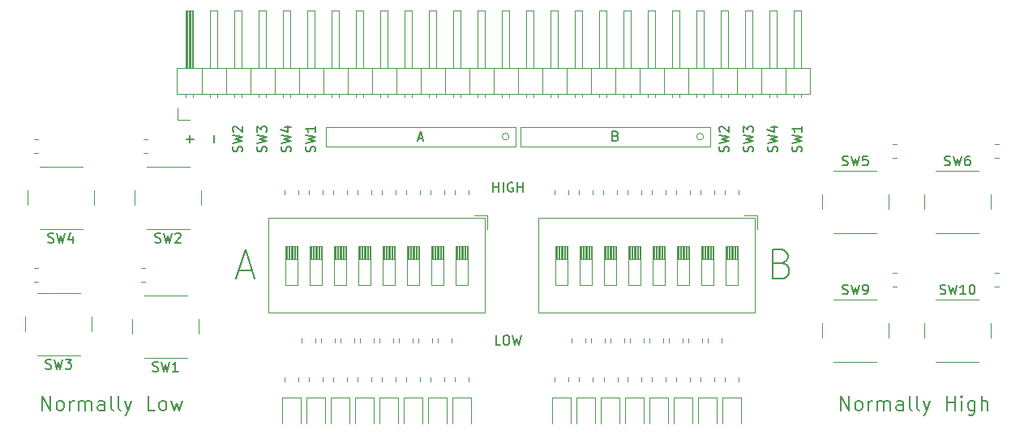
<source format=gbr>
%TF.GenerationSoftware,KiCad,Pcbnew,(5.1.9-0-10_14)*%
%TF.CreationDate,2021-07-06T13:22:30-04:00*%
%TF.ProjectId,prototyping-board,70726f74-6f74-4797-9069-6e672d626f61,rev?*%
%TF.SameCoordinates,Original*%
%TF.FileFunction,Legend,Top*%
%TF.FilePolarity,Positive*%
%FSLAX46Y46*%
G04 Gerber Fmt 4.6, Leading zero omitted, Abs format (unit mm)*
G04 Created by KiCad (PCBNEW (5.1.9-0-10_14)) date 2021-07-06 13:22:30*
%MOMM*%
%LPD*%
G01*
G04 APERTURE LIST*
%ADD10C,0.150000*%
%ADD11C,0.120000*%
%ADD12C,0.200000*%
G04 APERTURE END LIST*
D10*
X124864761Y-102171333D02*
X124912380Y-102028476D01*
X124912380Y-101790380D01*
X124864761Y-101695142D01*
X124817142Y-101647523D01*
X124721904Y-101599904D01*
X124626666Y-101599904D01*
X124531428Y-101647523D01*
X124483809Y-101695142D01*
X124436190Y-101790380D01*
X124388571Y-101980857D01*
X124340952Y-102076095D01*
X124293333Y-102123714D01*
X124198095Y-102171333D01*
X124102857Y-102171333D01*
X124007619Y-102123714D01*
X123960000Y-102076095D01*
X123912380Y-101980857D01*
X123912380Y-101742761D01*
X123960000Y-101599904D01*
X123912380Y-101266571D02*
X124912380Y-101028476D01*
X124198095Y-100838000D01*
X124912380Y-100647523D01*
X123912380Y-100409428D01*
X123912380Y-100123714D02*
X123912380Y-99504666D01*
X124293333Y-99838000D01*
X124293333Y-99695142D01*
X124340952Y-99599904D01*
X124388571Y-99552285D01*
X124483809Y-99504666D01*
X124721904Y-99504666D01*
X124817142Y-99552285D01*
X124864761Y-99599904D01*
X124912380Y-99695142D01*
X124912380Y-99980857D01*
X124864761Y-100076095D01*
X124817142Y-100123714D01*
X122324761Y-102171333D02*
X122372380Y-102028476D01*
X122372380Y-101790380D01*
X122324761Y-101695142D01*
X122277142Y-101647523D01*
X122181904Y-101599904D01*
X122086666Y-101599904D01*
X121991428Y-101647523D01*
X121943809Y-101695142D01*
X121896190Y-101790380D01*
X121848571Y-101980857D01*
X121800952Y-102076095D01*
X121753333Y-102123714D01*
X121658095Y-102171333D01*
X121562857Y-102171333D01*
X121467619Y-102123714D01*
X121420000Y-102076095D01*
X121372380Y-101980857D01*
X121372380Y-101742761D01*
X121420000Y-101599904D01*
X121372380Y-101266571D02*
X122372380Y-101028476D01*
X121658095Y-100838000D01*
X122372380Y-100647523D01*
X121372380Y-100409428D01*
X121467619Y-100076095D02*
X121420000Y-100028476D01*
X121372380Y-99933238D01*
X121372380Y-99695142D01*
X121420000Y-99599904D01*
X121467619Y-99552285D01*
X121562857Y-99504666D01*
X121658095Y-99504666D01*
X121800952Y-99552285D01*
X122372380Y-100123714D01*
X122372380Y-99504666D01*
X129944761Y-102171333D02*
X129992380Y-102028476D01*
X129992380Y-101790380D01*
X129944761Y-101695142D01*
X129897142Y-101647523D01*
X129801904Y-101599904D01*
X129706666Y-101599904D01*
X129611428Y-101647523D01*
X129563809Y-101695142D01*
X129516190Y-101790380D01*
X129468571Y-101980857D01*
X129420952Y-102076095D01*
X129373333Y-102123714D01*
X129278095Y-102171333D01*
X129182857Y-102171333D01*
X129087619Y-102123714D01*
X129040000Y-102076095D01*
X128992380Y-101980857D01*
X128992380Y-101742761D01*
X129040000Y-101599904D01*
X128992380Y-101266571D02*
X129992380Y-101028476D01*
X129278095Y-100838000D01*
X129992380Y-100647523D01*
X128992380Y-100409428D01*
X129992380Y-99504666D02*
X129992380Y-100076095D01*
X129992380Y-99790380D02*
X128992380Y-99790380D01*
X129135238Y-99885619D01*
X129230476Y-99980857D01*
X129278095Y-100076095D01*
X127404761Y-102171333D02*
X127452380Y-102028476D01*
X127452380Y-101790380D01*
X127404761Y-101695142D01*
X127357142Y-101647523D01*
X127261904Y-101599904D01*
X127166666Y-101599904D01*
X127071428Y-101647523D01*
X127023809Y-101695142D01*
X126976190Y-101790380D01*
X126928571Y-101980857D01*
X126880952Y-102076095D01*
X126833333Y-102123714D01*
X126738095Y-102171333D01*
X126642857Y-102171333D01*
X126547619Y-102123714D01*
X126500000Y-102076095D01*
X126452380Y-101980857D01*
X126452380Y-101742761D01*
X126500000Y-101599904D01*
X126452380Y-101266571D02*
X127452380Y-101028476D01*
X126738095Y-100838000D01*
X127452380Y-100647523D01*
X126452380Y-100409428D01*
X126785714Y-99599904D02*
X127452380Y-99599904D01*
X126404761Y-99838000D02*
X127119047Y-100076095D01*
X127119047Y-99457047D01*
X79144761Y-102171333D02*
X79192380Y-102028476D01*
X79192380Y-101790380D01*
X79144761Y-101695142D01*
X79097142Y-101647523D01*
X79001904Y-101599904D01*
X78906666Y-101599904D01*
X78811428Y-101647523D01*
X78763809Y-101695142D01*
X78716190Y-101790380D01*
X78668571Y-101980857D01*
X78620952Y-102076095D01*
X78573333Y-102123714D01*
X78478095Y-102171333D01*
X78382857Y-102171333D01*
X78287619Y-102123714D01*
X78240000Y-102076095D01*
X78192380Y-101980857D01*
X78192380Y-101742761D01*
X78240000Y-101599904D01*
X78192380Y-101266571D02*
X79192380Y-101028476D01*
X78478095Y-100838000D01*
X79192380Y-100647523D01*
X78192380Y-100409428D01*
X79192380Y-99504666D02*
X79192380Y-100076095D01*
X79192380Y-99790380D02*
X78192380Y-99790380D01*
X78335238Y-99885619D01*
X78430476Y-99980857D01*
X78478095Y-100076095D01*
X76604761Y-102171333D02*
X76652380Y-102028476D01*
X76652380Y-101790380D01*
X76604761Y-101695142D01*
X76557142Y-101647523D01*
X76461904Y-101599904D01*
X76366666Y-101599904D01*
X76271428Y-101647523D01*
X76223809Y-101695142D01*
X76176190Y-101790380D01*
X76128571Y-101980857D01*
X76080952Y-102076095D01*
X76033333Y-102123714D01*
X75938095Y-102171333D01*
X75842857Y-102171333D01*
X75747619Y-102123714D01*
X75700000Y-102076095D01*
X75652380Y-101980857D01*
X75652380Y-101742761D01*
X75700000Y-101599904D01*
X75652380Y-101266571D02*
X76652380Y-101028476D01*
X75938095Y-100838000D01*
X76652380Y-100647523D01*
X75652380Y-100409428D01*
X75985714Y-99599904D02*
X76652380Y-99599904D01*
X75604761Y-99838000D02*
X76319047Y-100076095D01*
X76319047Y-99457047D01*
X74064761Y-102171333D02*
X74112380Y-102028476D01*
X74112380Y-101790380D01*
X74064761Y-101695142D01*
X74017142Y-101647523D01*
X73921904Y-101599904D01*
X73826666Y-101599904D01*
X73731428Y-101647523D01*
X73683809Y-101695142D01*
X73636190Y-101790380D01*
X73588571Y-101980857D01*
X73540952Y-102076095D01*
X73493333Y-102123714D01*
X73398095Y-102171333D01*
X73302857Y-102171333D01*
X73207619Y-102123714D01*
X73160000Y-102076095D01*
X73112380Y-101980857D01*
X73112380Y-101742761D01*
X73160000Y-101599904D01*
X73112380Y-101266571D02*
X74112380Y-101028476D01*
X73398095Y-100838000D01*
X74112380Y-100647523D01*
X73112380Y-100409428D01*
X73112380Y-100123714D02*
X73112380Y-99504666D01*
X73493333Y-99838000D01*
X73493333Y-99695142D01*
X73540952Y-99599904D01*
X73588571Y-99552285D01*
X73683809Y-99504666D01*
X73921904Y-99504666D01*
X74017142Y-99552285D01*
X74064761Y-99599904D01*
X74112380Y-99695142D01*
X74112380Y-99980857D01*
X74064761Y-100076095D01*
X74017142Y-100123714D01*
X71524761Y-102171333D02*
X71572380Y-102028476D01*
X71572380Y-101790380D01*
X71524761Y-101695142D01*
X71477142Y-101647523D01*
X71381904Y-101599904D01*
X71286666Y-101599904D01*
X71191428Y-101647523D01*
X71143809Y-101695142D01*
X71096190Y-101790380D01*
X71048571Y-101980857D01*
X71000952Y-102076095D01*
X70953333Y-102123714D01*
X70858095Y-102171333D01*
X70762857Y-102171333D01*
X70667619Y-102123714D01*
X70620000Y-102076095D01*
X70572380Y-101980857D01*
X70572380Y-101742761D01*
X70620000Y-101599904D01*
X70572380Y-101266571D02*
X71572380Y-101028476D01*
X70858095Y-100838000D01*
X71572380Y-100647523D01*
X70572380Y-100409428D01*
X70667619Y-100076095D02*
X70620000Y-100028476D01*
X70572380Y-99933238D01*
X70572380Y-99695142D01*
X70620000Y-99599904D01*
X70667619Y-99552285D01*
X70762857Y-99504666D01*
X70858095Y-99504666D01*
X71000952Y-99552285D01*
X71572380Y-100123714D01*
X71572380Y-99504666D01*
X68651428Y-101218952D02*
X68651428Y-100457047D01*
X66111428Y-101218952D02*
X66111428Y-100457047D01*
X66492380Y-100838000D02*
X65730476Y-100838000D01*
D11*
X80264000Y-99568000D02*
X80264000Y-101600000D01*
X100076000Y-101600000D02*
X80264000Y-101600000D01*
X80264000Y-99568000D02*
X100076000Y-99568000D01*
X99419210Y-100584000D02*
G75*
G03*
X99419210Y-100584000I-359210J0D01*
G01*
X100076000Y-99568000D02*
X100076000Y-101600000D01*
D10*
X89931904Y-100750666D02*
X90408095Y-100750666D01*
X89836666Y-101036380D02*
X90170000Y-100036380D01*
X90503333Y-101036380D01*
D11*
X119739210Y-100584000D02*
G75*
G03*
X119739210Y-100584000I-359210J0D01*
G01*
X100584000Y-99568000D02*
X100584000Y-101600000D01*
X120396000Y-99568000D02*
X120396000Y-101600000D01*
D10*
X110561428Y-100512571D02*
X110704285Y-100560190D01*
X110751904Y-100607809D01*
X110799523Y-100703047D01*
X110799523Y-100845904D01*
X110751904Y-100941142D01*
X110704285Y-100988761D01*
X110609047Y-101036380D01*
X110228095Y-101036380D01*
X110228095Y-100036380D01*
X110561428Y-100036380D01*
X110656666Y-100084000D01*
X110704285Y-100131619D01*
X110751904Y-100226857D01*
X110751904Y-100322095D01*
X110704285Y-100417333D01*
X110656666Y-100464952D01*
X110561428Y-100512571D01*
X110228095Y-100512571D01*
D11*
X120396000Y-101600000D02*
X100584000Y-101600000D01*
X100584000Y-99568000D02*
X120396000Y-99568000D01*
D10*
X98528285Y-122372380D02*
X98052095Y-122372380D01*
X98052095Y-121372380D01*
X99052095Y-121372380D02*
X99242571Y-121372380D01*
X99337809Y-121420000D01*
X99433047Y-121515238D01*
X99480666Y-121705714D01*
X99480666Y-122039047D01*
X99433047Y-122229523D01*
X99337809Y-122324761D01*
X99242571Y-122372380D01*
X99052095Y-122372380D01*
X98956857Y-122324761D01*
X98861619Y-122229523D01*
X98814000Y-122039047D01*
X98814000Y-121705714D01*
X98861619Y-121515238D01*
X98956857Y-121420000D01*
X99052095Y-121372380D01*
X99814000Y-121372380D02*
X100052095Y-122372380D01*
X100242571Y-121658095D01*
X100433047Y-122372380D01*
X100671142Y-121372380D01*
X97766380Y-106370380D02*
X97766380Y-105370380D01*
X97766380Y-105846571D02*
X98337809Y-105846571D01*
X98337809Y-106370380D02*
X98337809Y-105370380D01*
X98814000Y-106370380D02*
X98814000Y-105370380D01*
X99814000Y-105418000D02*
X99718761Y-105370380D01*
X99575904Y-105370380D01*
X99433047Y-105418000D01*
X99337809Y-105513238D01*
X99290190Y-105608476D01*
X99242571Y-105798952D01*
X99242571Y-105941809D01*
X99290190Y-106132285D01*
X99337809Y-106227523D01*
X99433047Y-106322761D01*
X99575904Y-106370380D01*
X99671142Y-106370380D01*
X99814000Y-106322761D01*
X99861619Y-106275142D01*
X99861619Y-105941809D01*
X99671142Y-105941809D01*
X100290190Y-106370380D02*
X100290190Y-105370380D01*
X100290190Y-105846571D02*
X100861619Y-105846571D01*
X100861619Y-106370380D02*
X100861619Y-105370380D01*
D12*
X134053428Y-129202571D02*
X134053428Y-127702571D01*
X134910571Y-129202571D01*
X134910571Y-127702571D01*
X135839142Y-129202571D02*
X135696285Y-129131142D01*
X135624857Y-129059714D01*
X135553428Y-128916857D01*
X135553428Y-128488285D01*
X135624857Y-128345428D01*
X135696285Y-128274000D01*
X135839142Y-128202571D01*
X136053428Y-128202571D01*
X136196285Y-128274000D01*
X136267714Y-128345428D01*
X136339142Y-128488285D01*
X136339142Y-128916857D01*
X136267714Y-129059714D01*
X136196285Y-129131142D01*
X136053428Y-129202571D01*
X135839142Y-129202571D01*
X136982000Y-129202571D02*
X136982000Y-128202571D01*
X136982000Y-128488285D02*
X137053428Y-128345428D01*
X137124857Y-128274000D01*
X137267714Y-128202571D01*
X137410571Y-128202571D01*
X137910571Y-129202571D02*
X137910571Y-128202571D01*
X137910571Y-128345428D02*
X137982000Y-128274000D01*
X138124857Y-128202571D01*
X138339142Y-128202571D01*
X138482000Y-128274000D01*
X138553428Y-128416857D01*
X138553428Y-129202571D01*
X138553428Y-128416857D02*
X138624857Y-128274000D01*
X138767714Y-128202571D01*
X138982000Y-128202571D01*
X139124857Y-128274000D01*
X139196285Y-128416857D01*
X139196285Y-129202571D01*
X140553428Y-129202571D02*
X140553428Y-128416857D01*
X140482000Y-128274000D01*
X140339142Y-128202571D01*
X140053428Y-128202571D01*
X139910571Y-128274000D01*
X140553428Y-129131142D02*
X140410571Y-129202571D01*
X140053428Y-129202571D01*
X139910571Y-129131142D01*
X139839142Y-128988285D01*
X139839142Y-128845428D01*
X139910571Y-128702571D01*
X140053428Y-128631142D01*
X140410571Y-128631142D01*
X140553428Y-128559714D01*
X141482000Y-129202571D02*
X141339142Y-129131142D01*
X141267714Y-128988285D01*
X141267714Y-127702571D01*
X142267714Y-129202571D02*
X142124857Y-129131142D01*
X142053428Y-128988285D01*
X142053428Y-127702571D01*
X142696285Y-128202571D02*
X143053428Y-129202571D01*
X143410571Y-128202571D02*
X143053428Y-129202571D01*
X142910571Y-129559714D01*
X142839142Y-129631142D01*
X142696285Y-129702571D01*
X145124857Y-129202571D02*
X145124857Y-127702571D01*
X145124857Y-128416857D02*
X145982000Y-128416857D01*
X145982000Y-129202571D02*
X145982000Y-127702571D01*
X146696285Y-129202571D02*
X146696285Y-128202571D01*
X146696285Y-127702571D02*
X146624857Y-127774000D01*
X146696285Y-127845428D01*
X146767714Y-127774000D01*
X146696285Y-127702571D01*
X146696285Y-127845428D01*
X148053428Y-128202571D02*
X148053428Y-129416857D01*
X147982000Y-129559714D01*
X147910571Y-129631142D01*
X147767714Y-129702571D01*
X147553428Y-129702571D01*
X147410571Y-129631142D01*
X148053428Y-129131142D02*
X147910571Y-129202571D01*
X147624857Y-129202571D01*
X147482000Y-129131142D01*
X147410571Y-129059714D01*
X147339142Y-128916857D01*
X147339142Y-128488285D01*
X147410571Y-128345428D01*
X147482000Y-128274000D01*
X147624857Y-128202571D01*
X147910571Y-128202571D01*
X148053428Y-128274000D01*
X148767714Y-129202571D02*
X148767714Y-127702571D01*
X149410571Y-129202571D02*
X149410571Y-128416857D01*
X149339142Y-128274000D01*
X149196285Y-128202571D01*
X148982000Y-128202571D01*
X148839142Y-128274000D01*
X148767714Y-128345428D01*
X50662000Y-129202571D02*
X50662000Y-127702571D01*
X51519142Y-129202571D01*
X51519142Y-127702571D01*
X52447714Y-129202571D02*
X52304857Y-129131142D01*
X52233428Y-129059714D01*
X52162000Y-128916857D01*
X52162000Y-128488285D01*
X52233428Y-128345428D01*
X52304857Y-128274000D01*
X52447714Y-128202571D01*
X52662000Y-128202571D01*
X52804857Y-128274000D01*
X52876285Y-128345428D01*
X52947714Y-128488285D01*
X52947714Y-128916857D01*
X52876285Y-129059714D01*
X52804857Y-129131142D01*
X52662000Y-129202571D01*
X52447714Y-129202571D01*
X53590571Y-129202571D02*
X53590571Y-128202571D01*
X53590571Y-128488285D02*
X53662000Y-128345428D01*
X53733428Y-128274000D01*
X53876285Y-128202571D01*
X54019142Y-128202571D01*
X54519142Y-129202571D02*
X54519142Y-128202571D01*
X54519142Y-128345428D02*
X54590571Y-128274000D01*
X54733428Y-128202571D01*
X54947714Y-128202571D01*
X55090571Y-128274000D01*
X55162000Y-128416857D01*
X55162000Y-129202571D01*
X55162000Y-128416857D02*
X55233428Y-128274000D01*
X55376285Y-128202571D01*
X55590571Y-128202571D01*
X55733428Y-128274000D01*
X55804857Y-128416857D01*
X55804857Y-129202571D01*
X57162000Y-129202571D02*
X57162000Y-128416857D01*
X57090571Y-128274000D01*
X56947714Y-128202571D01*
X56662000Y-128202571D01*
X56519142Y-128274000D01*
X57162000Y-129131142D02*
X57019142Y-129202571D01*
X56662000Y-129202571D01*
X56519142Y-129131142D01*
X56447714Y-128988285D01*
X56447714Y-128845428D01*
X56519142Y-128702571D01*
X56662000Y-128631142D01*
X57019142Y-128631142D01*
X57162000Y-128559714D01*
X58090571Y-129202571D02*
X57947714Y-129131142D01*
X57876285Y-128988285D01*
X57876285Y-127702571D01*
X58876285Y-129202571D02*
X58733428Y-129131142D01*
X58662000Y-128988285D01*
X58662000Y-127702571D01*
X59304857Y-128202571D02*
X59662000Y-129202571D01*
X60019142Y-128202571D02*
X59662000Y-129202571D01*
X59519142Y-129559714D01*
X59447714Y-129631142D01*
X59304857Y-129702571D01*
X62447714Y-129202571D02*
X61733428Y-129202571D01*
X61733428Y-127702571D01*
X63162000Y-129202571D02*
X63019142Y-129131142D01*
X62947714Y-129059714D01*
X62876285Y-128916857D01*
X62876285Y-128488285D01*
X62947714Y-128345428D01*
X63019142Y-128274000D01*
X63162000Y-128202571D01*
X63376285Y-128202571D01*
X63519142Y-128274000D01*
X63590571Y-128345428D01*
X63662000Y-128488285D01*
X63662000Y-128916857D01*
X63590571Y-129059714D01*
X63519142Y-129131142D01*
X63376285Y-129202571D01*
X63162000Y-129202571D01*
X64162000Y-128202571D02*
X64447714Y-129202571D01*
X64733428Y-128488285D01*
X65019142Y-129202571D01*
X65304857Y-128202571D01*
X127976285Y-113831714D02*
X128404857Y-113974571D01*
X128547714Y-114117428D01*
X128690571Y-114403142D01*
X128690571Y-114831714D01*
X128547714Y-115117428D01*
X128404857Y-115260285D01*
X128119142Y-115403142D01*
X126976285Y-115403142D01*
X126976285Y-112403142D01*
X127976285Y-112403142D01*
X128262000Y-112546000D01*
X128404857Y-112688857D01*
X128547714Y-112974571D01*
X128547714Y-113260285D01*
X128404857Y-113546000D01*
X128262000Y-113688857D01*
X127976285Y-113831714D01*
X126976285Y-113831714D01*
X71167714Y-114546000D02*
X72596285Y-114546000D01*
X70882000Y-115403142D02*
X71882000Y-112403142D01*
X72882000Y-115403142D01*
D11*
%TO.C,R56*%
X121947000Y-126211064D02*
X121947000Y-125756936D01*
X123417000Y-126211064D02*
X123417000Y-125756936D01*
%TO.C,R55*%
X119407000Y-126211064D02*
X119407000Y-125756936D01*
X120877000Y-126211064D02*
X120877000Y-125756936D01*
%TO.C,R54*%
X116867000Y-126211064D02*
X116867000Y-125756936D01*
X118337000Y-126211064D02*
X118337000Y-125756936D01*
%TO.C,R53*%
X114327000Y-126211064D02*
X114327000Y-125756936D01*
X115797000Y-126211064D02*
X115797000Y-125756936D01*
%TO.C,R52*%
X111787000Y-126211064D02*
X111787000Y-125756936D01*
X113257000Y-126211064D02*
X113257000Y-125756936D01*
%TO.C,R51*%
X109339000Y-126211064D02*
X109339000Y-125756936D01*
X110809000Y-126211064D02*
X110809000Y-125756936D01*
%TO.C,R50*%
X106707000Y-126211064D02*
X106707000Y-125756936D01*
X108177000Y-126211064D02*
X108177000Y-125756936D01*
%TO.C,R49*%
X104167000Y-126211064D02*
X104167000Y-125756936D01*
X105637000Y-126211064D02*
X105637000Y-125756936D01*
%TO.C,D16*%
X123642000Y-130540000D02*
X123642000Y-127855000D01*
X123642000Y-127855000D02*
X121722000Y-127855000D01*
X121722000Y-127855000D02*
X121722000Y-130540000D01*
%TO.C,D15*%
X121102000Y-130540000D02*
X121102000Y-127855000D01*
X121102000Y-127855000D02*
X119182000Y-127855000D01*
X119182000Y-127855000D02*
X119182000Y-130540000D01*
%TO.C,D14*%
X118562000Y-130540000D02*
X118562000Y-127855000D01*
X118562000Y-127855000D02*
X116642000Y-127855000D01*
X116642000Y-127855000D02*
X116642000Y-130540000D01*
%TO.C,D13*%
X116022000Y-130540000D02*
X116022000Y-127855000D01*
X116022000Y-127855000D02*
X114102000Y-127855000D01*
X114102000Y-127855000D02*
X114102000Y-130540000D01*
%TO.C,D12*%
X113482000Y-130540000D02*
X113482000Y-127855000D01*
X113482000Y-127855000D02*
X111562000Y-127855000D01*
X111562000Y-127855000D02*
X111562000Y-130540000D01*
%TO.C,D11*%
X110942000Y-130540000D02*
X110942000Y-127855000D01*
X110942000Y-127855000D02*
X109022000Y-127855000D01*
X109022000Y-127855000D02*
X109022000Y-130540000D01*
%TO.C,D10*%
X108402000Y-130540000D02*
X108402000Y-127855000D01*
X108402000Y-127855000D02*
X106482000Y-127855000D01*
X106482000Y-127855000D02*
X106482000Y-130540000D01*
%TO.C,D9*%
X105862000Y-130540000D02*
X105862000Y-127855000D01*
X105862000Y-127855000D02*
X103942000Y-127855000D01*
X103942000Y-127855000D02*
X103942000Y-130540000D01*
%TO.C,R48*%
X93753000Y-126211064D02*
X93753000Y-125756936D01*
X95223000Y-126211064D02*
X95223000Y-125756936D01*
%TO.C,R47*%
X91213000Y-126211064D02*
X91213000Y-125756936D01*
X92683000Y-126211064D02*
X92683000Y-125756936D01*
%TO.C,R46*%
X88673000Y-126211064D02*
X88673000Y-125756936D01*
X90143000Y-126211064D02*
X90143000Y-125756936D01*
%TO.C,R45*%
X86133000Y-126211064D02*
X86133000Y-125756936D01*
X87603000Y-126211064D02*
X87603000Y-125756936D01*
%TO.C,R44*%
X83593000Y-126211064D02*
X83593000Y-125756936D01*
X85063000Y-126211064D02*
X85063000Y-125756936D01*
%TO.C,R43*%
X81053000Y-126211064D02*
X81053000Y-125756936D01*
X82523000Y-126211064D02*
X82523000Y-125756936D01*
%TO.C,R42*%
X78513000Y-126211064D02*
X78513000Y-125756936D01*
X79983000Y-126211064D02*
X79983000Y-125756936D01*
%TO.C,D8*%
X95448000Y-130540000D02*
X95448000Y-127855000D01*
X95448000Y-127855000D02*
X93528000Y-127855000D01*
X93528000Y-127855000D02*
X93528000Y-130540000D01*
%TO.C,D7*%
X92908000Y-130540000D02*
X92908000Y-127855000D01*
X92908000Y-127855000D02*
X90988000Y-127855000D01*
X90988000Y-127855000D02*
X90988000Y-130540000D01*
%TO.C,D6*%
X90368000Y-130540000D02*
X90368000Y-127855000D01*
X90368000Y-127855000D02*
X88448000Y-127855000D01*
X88448000Y-127855000D02*
X88448000Y-130540000D01*
%TO.C,D5*%
X87828000Y-130540000D02*
X87828000Y-127855000D01*
X87828000Y-127855000D02*
X85908000Y-127855000D01*
X85908000Y-127855000D02*
X85908000Y-130540000D01*
%TO.C,D4*%
X85288000Y-130540000D02*
X85288000Y-127855000D01*
X85288000Y-127855000D02*
X83368000Y-127855000D01*
X83368000Y-127855000D02*
X83368000Y-130540000D01*
%TO.C,D3*%
X82748000Y-130540000D02*
X82748000Y-127855000D01*
X82748000Y-127855000D02*
X80828000Y-127855000D01*
X80828000Y-127855000D02*
X80828000Y-130540000D01*
%TO.C,D2*%
X80208000Y-130540000D02*
X80208000Y-127855000D01*
X80208000Y-127855000D02*
X78288000Y-127855000D01*
X78288000Y-127855000D02*
X78288000Y-130540000D01*
%TO.C,R41*%
X75973000Y-126211064D02*
X75973000Y-125756936D01*
X77443000Y-126211064D02*
X77443000Y-125756936D01*
%TO.C,D1*%
X77668000Y-130540000D02*
X77668000Y-127855000D01*
X77668000Y-127855000D02*
X75748000Y-127855000D01*
X75748000Y-127855000D02*
X75748000Y-130540000D01*
%TO.C,SW8*%
X125102000Y-109096000D02*
X125102000Y-118996000D01*
X102481000Y-109096000D02*
X102481000Y-118996000D01*
X125102000Y-109096000D02*
X102481000Y-109096000D01*
X125102000Y-118996000D02*
X102481000Y-118996000D01*
X125342000Y-108856000D02*
X125342000Y-110240000D01*
X125342000Y-108856000D02*
X123959000Y-108856000D01*
X123317000Y-112016000D02*
X122047000Y-112016000D01*
X122047000Y-112016000D02*
X122047000Y-116076000D01*
X122047000Y-116076000D02*
X123317000Y-116076000D01*
X123317000Y-116076000D02*
X123317000Y-112016000D01*
X123197000Y-112016000D02*
X123197000Y-113369333D01*
X123077000Y-112016000D02*
X123077000Y-113369333D01*
X122957000Y-112016000D02*
X122957000Y-113369333D01*
X122837000Y-112016000D02*
X122837000Y-113369333D01*
X122717000Y-112016000D02*
X122717000Y-113369333D01*
X122597000Y-112016000D02*
X122597000Y-113369333D01*
X122477000Y-112016000D02*
X122477000Y-113369333D01*
X122357000Y-112016000D02*
X122357000Y-113369333D01*
X122237000Y-112016000D02*
X122237000Y-113369333D01*
X122117000Y-112016000D02*
X122117000Y-113369333D01*
X123317000Y-113369333D02*
X122047000Y-113369333D01*
X120777000Y-112016000D02*
X119507000Y-112016000D01*
X119507000Y-112016000D02*
X119507000Y-116076000D01*
X119507000Y-116076000D02*
X120777000Y-116076000D01*
X120777000Y-116076000D02*
X120777000Y-112016000D01*
X120657000Y-112016000D02*
X120657000Y-113369333D01*
X120537000Y-112016000D02*
X120537000Y-113369333D01*
X120417000Y-112016000D02*
X120417000Y-113369333D01*
X120297000Y-112016000D02*
X120297000Y-113369333D01*
X120177000Y-112016000D02*
X120177000Y-113369333D01*
X120057000Y-112016000D02*
X120057000Y-113369333D01*
X119937000Y-112016000D02*
X119937000Y-113369333D01*
X119817000Y-112016000D02*
X119817000Y-113369333D01*
X119697000Y-112016000D02*
X119697000Y-113369333D01*
X119577000Y-112016000D02*
X119577000Y-113369333D01*
X120777000Y-113369333D02*
X119507000Y-113369333D01*
X118237000Y-112016000D02*
X116967000Y-112016000D01*
X116967000Y-112016000D02*
X116967000Y-116076000D01*
X116967000Y-116076000D02*
X118237000Y-116076000D01*
X118237000Y-116076000D02*
X118237000Y-112016000D01*
X118117000Y-112016000D02*
X118117000Y-113369333D01*
X117997000Y-112016000D02*
X117997000Y-113369333D01*
X117877000Y-112016000D02*
X117877000Y-113369333D01*
X117757000Y-112016000D02*
X117757000Y-113369333D01*
X117637000Y-112016000D02*
X117637000Y-113369333D01*
X117517000Y-112016000D02*
X117517000Y-113369333D01*
X117397000Y-112016000D02*
X117397000Y-113369333D01*
X117277000Y-112016000D02*
X117277000Y-113369333D01*
X117157000Y-112016000D02*
X117157000Y-113369333D01*
X117037000Y-112016000D02*
X117037000Y-113369333D01*
X118237000Y-113369333D02*
X116967000Y-113369333D01*
X115697000Y-112016000D02*
X114427000Y-112016000D01*
X114427000Y-112016000D02*
X114427000Y-116076000D01*
X114427000Y-116076000D02*
X115697000Y-116076000D01*
X115697000Y-116076000D02*
X115697000Y-112016000D01*
X115577000Y-112016000D02*
X115577000Y-113369333D01*
X115457000Y-112016000D02*
X115457000Y-113369333D01*
X115337000Y-112016000D02*
X115337000Y-113369333D01*
X115217000Y-112016000D02*
X115217000Y-113369333D01*
X115097000Y-112016000D02*
X115097000Y-113369333D01*
X114977000Y-112016000D02*
X114977000Y-113369333D01*
X114857000Y-112016000D02*
X114857000Y-113369333D01*
X114737000Y-112016000D02*
X114737000Y-113369333D01*
X114617000Y-112016000D02*
X114617000Y-113369333D01*
X114497000Y-112016000D02*
X114497000Y-113369333D01*
X115697000Y-113369333D02*
X114427000Y-113369333D01*
X113157000Y-112016000D02*
X111887000Y-112016000D01*
X111887000Y-112016000D02*
X111887000Y-116076000D01*
X111887000Y-116076000D02*
X113157000Y-116076000D01*
X113157000Y-116076000D02*
X113157000Y-112016000D01*
X113037000Y-112016000D02*
X113037000Y-113369333D01*
X112917000Y-112016000D02*
X112917000Y-113369333D01*
X112797000Y-112016000D02*
X112797000Y-113369333D01*
X112677000Y-112016000D02*
X112677000Y-113369333D01*
X112557000Y-112016000D02*
X112557000Y-113369333D01*
X112437000Y-112016000D02*
X112437000Y-113369333D01*
X112317000Y-112016000D02*
X112317000Y-113369333D01*
X112197000Y-112016000D02*
X112197000Y-113369333D01*
X112077000Y-112016000D02*
X112077000Y-113369333D01*
X111957000Y-112016000D02*
X111957000Y-113369333D01*
X113157000Y-113369333D02*
X111887000Y-113369333D01*
X110617000Y-112016000D02*
X109347000Y-112016000D01*
X109347000Y-112016000D02*
X109347000Y-116076000D01*
X109347000Y-116076000D02*
X110617000Y-116076000D01*
X110617000Y-116076000D02*
X110617000Y-112016000D01*
X110497000Y-112016000D02*
X110497000Y-113369333D01*
X110377000Y-112016000D02*
X110377000Y-113369333D01*
X110257000Y-112016000D02*
X110257000Y-113369333D01*
X110137000Y-112016000D02*
X110137000Y-113369333D01*
X110017000Y-112016000D02*
X110017000Y-113369333D01*
X109897000Y-112016000D02*
X109897000Y-113369333D01*
X109777000Y-112016000D02*
X109777000Y-113369333D01*
X109657000Y-112016000D02*
X109657000Y-113369333D01*
X109537000Y-112016000D02*
X109537000Y-113369333D01*
X109417000Y-112016000D02*
X109417000Y-113369333D01*
X110617000Y-113369333D02*
X109347000Y-113369333D01*
X108077000Y-112016000D02*
X106807000Y-112016000D01*
X106807000Y-112016000D02*
X106807000Y-116076000D01*
X106807000Y-116076000D02*
X108077000Y-116076000D01*
X108077000Y-116076000D02*
X108077000Y-112016000D01*
X107957000Y-112016000D02*
X107957000Y-113369333D01*
X107837000Y-112016000D02*
X107837000Y-113369333D01*
X107717000Y-112016000D02*
X107717000Y-113369333D01*
X107597000Y-112016000D02*
X107597000Y-113369333D01*
X107477000Y-112016000D02*
X107477000Y-113369333D01*
X107357000Y-112016000D02*
X107357000Y-113369333D01*
X107237000Y-112016000D02*
X107237000Y-113369333D01*
X107117000Y-112016000D02*
X107117000Y-113369333D01*
X106997000Y-112016000D02*
X106997000Y-113369333D01*
X106877000Y-112016000D02*
X106877000Y-113369333D01*
X108077000Y-113369333D02*
X106807000Y-113369333D01*
X105537000Y-112016000D02*
X104267000Y-112016000D01*
X104267000Y-112016000D02*
X104267000Y-116076000D01*
X104267000Y-116076000D02*
X105537000Y-116076000D01*
X105537000Y-116076000D02*
X105537000Y-112016000D01*
X105417000Y-112016000D02*
X105417000Y-113369333D01*
X105297000Y-112016000D02*
X105297000Y-113369333D01*
X105177000Y-112016000D02*
X105177000Y-113369333D01*
X105057000Y-112016000D02*
X105057000Y-113369333D01*
X104937000Y-112016000D02*
X104937000Y-113369333D01*
X104817000Y-112016000D02*
X104817000Y-113369333D01*
X104697000Y-112016000D02*
X104697000Y-113369333D01*
X104577000Y-112016000D02*
X104577000Y-113369333D01*
X104457000Y-112016000D02*
X104457000Y-113369333D01*
X104337000Y-112016000D02*
X104337000Y-113369333D01*
X105537000Y-113369333D02*
X104267000Y-113369333D01*
%TO.C,J1*%
X64710000Y-96096000D02*
X130870000Y-96096000D01*
X130870000Y-96096000D02*
X130870000Y-93436000D01*
X130870000Y-93436000D02*
X64710000Y-93436000D01*
X64710000Y-93436000D02*
X64710000Y-96096000D01*
X65660000Y-93436000D02*
X65660000Y-87436000D01*
X65660000Y-87436000D02*
X66420000Y-87436000D01*
X66420000Y-87436000D02*
X66420000Y-93436000D01*
X65720000Y-93436000D02*
X65720000Y-87436000D01*
X65840000Y-93436000D02*
X65840000Y-87436000D01*
X65960000Y-93436000D02*
X65960000Y-87436000D01*
X66080000Y-93436000D02*
X66080000Y-87436000D01*
X66200000Y-93436000D02*
X66200000Y-87436000D01*
X66320000Y-93436000D02*
X66320000Y-87436000D01*
X65660000Y-96426000D02*
X65660000Y-96096000D01*
X66420000Y-96426000D02*
X66420000Y-96096000D01*
X67310000Y-96096000D02*
X67310000Y-93436000D01*
X68200000Y-93436000D02*
X68200000Y-87436000D01*
X68200000Y-87436000D02*
X68960000Y-87436000D01*
X68960000Y-87436000D02*
X68960000Y-93436000D01*
X68200000Y-96493071D02*
X68200000Y-96096000D01*
X68960000Y-96493071D02*
X68960000Y-96096000D01*
X69850000Y-96096000D02*
X69850000Y-93436000D01*
X70740000Y-93436000D02*
X70740000Y-87436000D01*
X70740000Y-87436000D02*
X71500000Y-87436000D01*
X71500000Y-87436000D02*
X71500000Y-93436000D01*
X70740000Y-96493071D02*
X70740000Y-96096000D01*
X71500000Y-96493071D02*
X71500000Y-96096000D01*
X72390000Y-96096000D02*
X72390000Y-93436000D01*
X73280000Y-93436000D02*
X73280000Y-87436000D01*
X73280000Y-87436000D02*
X74040000Y-87436000D01*
X74040000Y-87436000D02*
X74040000Y-93436000D01*
X73280000Y-96493071D02*
X73280000Y-96096000D01*
X74040000Y-96493071D02*
X74040000Y-96096000D01*
X74930000Y-96096000D02*
X74930000Y-93436000D01*
X75820000Y-93436000D02*
X75820000Y-87436000D01*
X75820000Y-87436000D02*
X76580000Y-87436000D01*
X76580000Y-87436000D02*
X76580000Y-93436000D01*
X75820000Y-96493071D02*
X75820000Y-96096000D01*
X76580000Y-96493071D02*
X76580000Y-96096000D01*
X77470000Y-96096000D02*
X77470000Y-93436000D01*
X78360000Y-93436000D02*
X78360000Y-87436000D01*
X78360000Y-87436000D02*
X79120000Y-87436000D01*
X79120000Y-87436000D02*
X79120000Y-93436000D01*
X78360000Y-96493071D02*
X78360000Y-96096000D01*
X79120000Y-96493071D02*
X79120000Y-96096000D01*
X80010000Y-96096000D02*
X80010000Y-93436000D01*
X80900000Y-93436000D02*
X80900000Y-87436000D01*
X80900000Y-87436000D02*
X81660000Y-87436000D01*
X81660000Y-87436000D02*
X81660000Y-93436000D01*
X80900000Y-96493071D02*
X80900000Y-96096000D01*
X81660000Y-96493071D02*
X81660000Y-96096000D01*
X82550000Y-96096000D02*
X82550000Y-93436000D01*
X83440000Y-93436000D02*
X83440000Y-87436000D01*
X83440000Y-87436000D02*
X84200000Y-87436000D01*
X84200000Y-87436000D02*
X84200000Y-93436000D01*
X83440000Y-96493071D02*
X83440000Y-96096000D01*
X84200000Y-96493071D02*
X84200000Y-96096000D01*
X85090000Y-96096000D02*
X85090000Y-93436000D01*
X85980000Y-93436000D02*
X85980000Y-87436000D01*
X85980000Y-87436000D02*
X86740000Y-87436000D01*
X86740000Y-87436000D02*
X86740000Y-93436000D01*
X85980000Y-96493071D02*
X85980000Y-96096000D01*
X86740000Y-96493071D02*
X86740000Y-96096000D01*
X87630000Y-96096000D02*
X87630000Y-93436000D01*
X88520000Y-93436000D02*
X88520000Y-87436000D01*
X88520000Y-87436000D02*
X89280000Y-87436000D01*
X89280000Y-87436000D02*
X89280000Y-93436000D01*
X88520000Y-96493071D02*
X88520000Y-96096000D01*
X89280000Y-96493071D02*
X89280000Y-96096000D01*
X90170000Y-96096000D02*
X90170000Y-93436000D01*
X91060000Y-93436000D02*
X91060000Y-87436000D01*
X91060000Y-87436000D02*
X91820000Y-87436000D01*
X91820000Y-87436000D02*
X91820000Y-93436000D01*
X91060000Y-96493071D02*
X91060000Y-96096000D01*
X91820000Y-96493071D02*
X91820000Y-96096000D01*
X92710000Y-96096000D02*
X92710000Y-93436000D01*
X93600000Y-93436000D02*
X93600000Y-87436000D01*
X93600000Y-87436000D02*
X94360000Y-87436000D01*
X94360000Y-87436000D02*
X94360000Y-93436000D01*
X93600000Y-96493071D02*
X93600000Y-96096000D01*
X94360000Y-96493071D02*
X94360000Y-96096000D01*
X95250000Y-96096000D02*
X95250000Y-93436000D01*
X96140000Y-93436000D02*
X96140000Y-87436000D01*
X96140000Y-87436000D02*
X96900000Y-87436000D01*
X96900000Y-87436000D02*
X96900000Y-93436000D01*
X96140000Y-96493071D02*
X96140000Y-96096000D01*
X96900000Y-96493071D02*
X96900000Y-96096000D01*
X97790000Y-96096000D02*
X97790000Y-93436000D01*
X98680000Y-93436000D02*
X98680000Y-87436000D01*
X98680000Y-87436000D02*
X99440000Y-87436000D01*
X99440000Y-87436000D02*
X99440000Y-93436000D01*
X98680000Y-96493071D02*
X98680000Y-96096000D01*
X99440000Y-96493071D02*
X99440000Y-96096000D01*
X100330000Y-96096000D02*
X100330000Y-93436000D01*
X101220000Y-93436000D02*
X101220000Y-87436000D01*
X101220000Y-87436000D02*
X101980000Y-87436000D01*
X101980000Y-87436000D02*
X101980000Y-93436000D01*
X101220000Y-96493071D02*
X101220000Y-96096000D01*
X101980000Y-96493071D02*
X101980000Y-96096000D01*
X102870000Y-96096000D02*
X102870000Y-93436000D01*
X103760000Y-93436000D02*
X103760000Y-87436000D01*
X103760000Y-87436000D02*
X104520000Y-87436000D01*
X104520000Y-87436000D02*
X104520000Y-93436000D01*
X103760000Y-96493071D02*
X103760000Y-96096000D01*
X104520000Y-96493071D02*
X104520000Y-96096000D01*
X105410000Y-96096000D02*
X105410000Y-93436000D01*
X106300000Y-93436000D02*
X106300000Y-87436000D01*
X106300000Y-87436000D02*
X107060000Y-87436000D01*
X107060000Y-87436000D02*
X107060000Y-93436000D01*
X106300000Y-96493071D02*
X106300000Y-96096000D01*
X107060000Y-96493071D02*
X107060000Y-96096000D01*
X107950000Y-96096000D02*
X107950000Y-93436000D01*
X108840000Y-93436000D02*
X108840000Y-87436000D01*
X108840000Y-87436000D02*
X109600000Y-87436000D01*
X109600000Y-87436000D02*
X109600000Y-93436000D01*
X108840000Y-96493071D02*
X108840000Y-96096000D01*
X109600000Y-96493071D02*
X109600000Y-96096000D01*
X110490000Y-96096000D02*
X110490000Y-93436000D01*
X111380000Y-93436000D02*
X111380000Y-87436000D01*
X111380000Y-87436000D02*
X112140000Y-87436000D01*
X112140000Y-87436000D02*
X112140000Y-93436000D01*
X111380000Y-96493071D02*
X111380000Y-96096000D01*
X112140000Y-96493071D02*
X112140000Y-96096000D01*
X113030000Y-96096000D02*
X113030000Y-93436000D01*
X113920000Y-93436000D02*
X113920000Y-87436000D01*
X113920000Y-87436000D02*
X114680000Y-87436000D01*
X114680000Y-87436000D02*
X114680000Y-93436000D01*
X113920000Y-96493071D02*
X113920000Y-96096000D01*
X114680000Y-96493071D02*
X114680000Y-96096000D01*
X115570000Y-96096000D02*
X115570000Y-93436000D01*
X116460000Y-93436000D02*
X116460000Y-87436000D01*
X116460000Y-87436000D02*
X117220000Y-87436000D01*
X117220000Y-87436000D02*
X117220000Y-93436000D01*
X116460000Y-96493071D02*
X116460000Y-96096000D01*
X117220000Y-96493071D02*
X117220000Y-96096000D01*
X118110000Y-96096000D02*
X118110000Y-93436000D01*
X119000000Y-93436000D02*
X119000000Y-87436000D01*
X119000000Y-87436000D02*
X119760000Y-87436000D01*
X119760000Y-87436000D02*
X119760000Y-93436000D01*
X119000000Y-96493071D02*
X119000000Y-96096000D01*
X119760000Y-96493071D02*
X119760000Y-96096000D01*
X120650000Y-96096000D02*
X120650000Y-93436000D01*
X121540000Y-93436000D02*
X121540000Y-87436000D01*
X121540000Y-87436000D02*
X122300000Y-87436000D01*
X122300000Y-87436000D02*
X122300000Y-93436000D01*
X121540000Y-96493071D02*
X121540000Y-96096000D01*
X122300000Y-96493071D02*
X122300000Y-96096000D01*
X123190000Y-96096000D02*
X123190000Y-93436000D01*
X124080000Y-93436000D02*
X124080000Y-87436000D01*
X124080000Y-87436000D02*
X124840000Y-87436000D01*
X124840000Y-87436000D02*
X124840000Y-93436000D01*
X124080000Y-96493071D02*
X124080000Y-96096000D01*
X124840000Y-96493071D02*
X124840000Y-96096000D01*
X125730000Y-96096000D02*
X125730000Y-93436000D01*
X126620000Y-93436000D02*
X126620000Y-87436000D01*
X126620000Y-87436000D02*
X127380000Y-87436000D01*
X127380000Y-87436000D02*
X127380000Y-93436000D01*
X126620000Y-96493071D02*
X126620000Y-96096000D01*
X127380000Y-96493071D02*
X127380000Y-96096000D01*
X128270000Y-96096000D02*
X128270000Y-93436000D01*
X129160000Y-93436000D02*
X129160000Y-87436000D01*
X129160000Y-87436000D02*
X129920000Y-87436000D01*
X129920000Y-87436000D02*
X129920000Y-93436000D01*
X129160000Y-96493071D02*
X129160000Y-96096000D01*
X129920000Y-96493071D02*
X129920000Y-96096000D01*
X66040000Y-98806000D02*
X64770000Y-98806000D01*
X64770000Y-98806000D02*
X64770000Y-97536000D01*
%TO.C,SW10*%
X144002000Y-124118000D02*
X148502000Y-124118000D01*
X142752000Y-120118000D02*
X142752000Y-121618000D01*
X148502000Y-117618000D02*
X144002000Y-117618000D01*
X149752000Y-121618000D02*
X149752000Y-120118000D01*
%TO.C,SW9*%
X133334000Y-124118000D02*
X137834000Y-124118000D01*
X132084000Y-120118000D02*
X132084000Y-121618000D01*
X137834000Y-117618000D02*
X133334000Y-117618000D01*
X139084000Y-121618000D02*
X139084000Y-120118000D01*
%TO.C,SW6*%
X144002000Y-110656000D02*
X148502000Y-110656000D01*
X142752000Y-106656000D02*
X142752000Y-108156000D01*
X148502000Y-104156000D02*
X144002000Y-104156000D01*
X149752000Y-108156000D02*
X149752000Y-106656000D01*
%TO.C,SW5*%
X133334000Y-110656000D02*
X137834000Y-110656000D01*
X132084000Y-106656000D02*
X132084000Y-108156000D01*
X137834000Y-104156000D02*
X133334000Y-104156000D01*
X139084000Y-108156000D02*
X139084000Y-106656000D01*
%TO.C,SW4*%
X54880000Y-103720000D02*
X50380000Y-103720000D01*
X56130000Y-107720000D02*
X56130000Y-106220000D01*
X50380000Y-110220000D02*
X54880000Y-110220000D01*
X49130000Y-106220000D02*
X49130000Y-107720000D01*
%TO.C,SW3*%
X54626000Y-116928000D02*
X50126000Y-116928000D01*
X55876000Y-120928000D02*
X55876000Y-119428000D01*
X50126000Y-123428000D02*
X54626000Y-123428000D01*
X48876000Y-119428000D02*
X48876000Y-120928000D01*
%TO.C,SW2*%
X66056000Y-103720000D02*
X61556000Y-103720000D01*
X67306000Y-107720000D02*
X67306000Y-106220000D01*
X61556000Y-110220000D02*
X66056000Y-110220000D01*
X60306000Y-106220000D02*
X60306000Y-107720000D01*
%TO.C,SW1*%
X65802000Y-117182000D02*
X61302000Y-117182000D01*
X67052000Y-121182000D02*
X67052000Y-119682000D01*
X61302000Y-123682000D02*
X65802000Y-123682000D01*
X60052000Y-119682000D02*
X60052000Y-121182000D01*
%TO.C,R40*%
X150140936Y-114835000D02*
X150595064Y-114835000D01*
X150140936Y-116305000D02*
X150595064Y-116305000D01*
%TO.C,R39*%
X139472936Y-114835000D02*
X139927064Y-114835000D01*
X139472936Y-116305000D02*
X139927064Y-116305000D01*
%TO.C,R38*%
X150140936Y-101373000D02*
X150595064Y-101373000D01*
X150140936Y-102843000D02*
X150595064Y-102843000D01*
%TO.C,R37*%
X139472936Y-101373000D02*
X139927064Y-101373000D01*
X139472936Y-102843000D02*
X139927064Y-102843000D01*
%TO.C,R36*%
X60986936Y-114327000D02*
X61441064Y-114327000D01*
X60986936Y-115797000D02*
X61441064Y-115797000D01*
%TO.C,R35*%
X49810936Y-100865000D02*
X50265064Y-100865000D01*
X49810936Y-102335000D02*
X50265064Y-102335000D01*
%TO.C,R34*%
X49810936Y-114327000D02*
X50265064Y-114327000D01*
X49810936Y-115797000D02*
X50265064Y-115797000D01*
%TO.C,R33*%
X61240936Y-100865000D02*
X61695064Y-100865000D01*
X61240936Y-102335000D02*
X61695064Y-102335000D01*
%TO.C,R32*%
X121639000Y-121692936D02*
X121639000Y-122147064D01*
X120169000Y-121692936D02*
X120169000Y-122147064D01*
%TO.C,R31*%
X119607000Y-121692936D02*
X119607000Y-122147064D01*
X118137000Y-121692936D02*
X118137000Y-122147064D01*
%TO.C,R30*%
X117575000Y-121692936D02*
X117575000Y-122147064D01*
X116105000Y-121692936D02*
X116105000Y-122147064D01*
%TO.C,R29*%
X115543000Y-121692936D02*
X115543000Y-122147064D01*
X114073000Y-121692936D02*
X114073000Y-122147064D01*
%TO.C,R28*%
X113511000Y-121692936D02*
X113511000Y-122147064D01*
X112041000Y-121692936D02*
X112041000Y-122147064D01*
%TO.C,R27*%
X111479000Y-121692936D02*
X111479000Y-122147064D01*
X110009000Y-121692936D02*
X110009000Y-122147064D01*
%TO.C,R26*%
X109447000Y-121692936D02*
X109447000Y-122147064D01*
X107977000Y-121692936D02*
X107977000Y-122147064D01*
%TO.C,R25*%
X107415000Y-121692936D02*
X107415000Y-122147064D01*
X105945000Y-121692936D02*
X105945000Y-122147064D01*
%TO.C,R24*%
X121947000Y-106653064D02*
X121947000Y-106198936D01*
X123417000Y-106653064D02*
X123417000Y-106198936D01*
%TO.C,R23*%
X119407000Y-106653064D02*
X119407000Y-106198936D01*
X120877000Y-106653064D02*
X120877000Y-106198936D01*
%TO.C,R22*%
X116867000Y-106653064D02*
X116867000Y-106198936D01*
X118337000Y-106653064D02*
X118337000Y-106198936D01*
%TO.C,R21*%
X114327000Y-106653064D02*
X114327000Y-106198936D01*
X115797000Y-106653064D02*
X115797000Y-106198936D01*
%TO.C,R20*%
X111787000Y-106653064D02*
X111787000Y-106198936D01*
X113257000Y-106653064D02*
X113257000Y-106198936D01*
%TO.C,R19*%
X109247000Y-106653064D02*
X109247000Y-106198936D01*
X110717000Y-106653064D02*
X110717000Y-106198936D01*
%TO.C,R18*%
X106707000Y-106653064D02*
X106707000Y-106198936D01*
X108177000Y-106653064D02*
X108177000Y-106198936D01*
%TO.C,R17*%
X104167000Y-106653064D02*
X104167000Y-106198936D01*
X105637000Y-106653064D02*
X105637000Y-106198936D01*
%TO.C,R16*%
X93753000Y-106653064D02*
X93753000Y-106198936D01*
X95223000Y-106653064D02*
X95223000Y-106198936D01*
%TO.C,R15*%
X91213000Y-106653064D02*
X91213000Y-106198936D01*
X92683000Y-106653064D02*
X92683000Y-106198936D01*
%TO.C,R14*%
X88673000Y-106653064D02*
X88673000Y-106198936D01*
X90143000Y-106653064D02*
X90143000Y-106198936D01*
%TO.C,R13*%
X86133000Y-106653064D02*
X86133000Y-106198936D01*
X87603000Y-106653064D02*
X87603000Y-106198936D01*
%TO.C,R12*%
X83593000Y-106653064D02*
X83593000Y-106198936D01*
X85063000Y-106653064D02*
X85063000Y-106198936D01*
%TO.C,R11*%
X81053000Y-106653064D02*
X81053000Y-106198936D01*
X82523000Y-106653064D02*
X82523000Y-106198936D01*
%TO.C,R10*%
X78513000Y-106653064D02*
X78513000Y-106198936D01*
X79983000Y-106653064D02*
X79983000Y-106198936D01*
%TO.C,R9*%
X75973000Y-106653064D02*
X75973000Y-106198936D01*
X77443000Y-106653064D02*
X77443000Y-106198936D01*
%TO.C,SW7*%
X96908000Y-109096000D02*
X96908000Y-118996000D01*
X74287000Y-109096000D02*
X74287000Y-118996000D01*
X96908000Y-109096000D02*
X74287000Y-109096000D01*
X96908000Y-118996000D02*
X74287000Y-118996000D01*
X97148000Y-108856000D02*
X97148000Y-110240000D01*
X97148000Y-108856000D02*
X95765000Y-108856000D01*
X95123000Y-112016000D02*
X93853000Y-112016000D01*
X93853000Y-112016000D02*
X93853000Y-116076000D01*
X93853000Y-116076000D02*
X95123000Y-116076000D01*
X95123000Y-116076000D02*
X95123000Y-112016000D01*
X95003000Y-112016000D02*
X95003000Y-113369333D01*
X94883000Y-112016000D02*
X94883000Y-113369333D01*
X94763000Y-112016000D02*
X94763000Y-113369333D01*
X94643000Y-112016000D02*
X94643000Y-113369333D01*
X94523000Y-112016000D02*
X94523000Y-113369333D01*
X94403000Y-112016000D02*
X94403000Y-113369333D01*
X94283000Y-112016000D02*
X94283000Y-113369333D01*
X94163000Y-112016000D02*
X94163000Y-113369333D01*
X94043000Y-112016000D02*
X94043000Y-113369333D01*
X93923000Y-112016000D02*
X93923000Y-113369333D01*
X95123000Y-113369333D02*
X93853000Y-113369333D01*
X92583000Y-112016000D02*
X91313000Y-112016000D01*
X91313000Y-112016000D02*
X91313000Y-116076000D01*
X91313000Y-116076000D02*
X92583000Y-116076000D01*
X92583000Y-116076000D02*
X92583000Y-112016000D01*
X92463000Y-112016000D02*
X92463000Y-113369333D01*
X92343000Y-112016000D02*
X92343000Y-113369333D01*
X92223000Y-112016000D02*
X92223000Y-113369333D01*
X92103000Y-112016000D02*
X92103000Y-113369333D01*
X91983000Y-112016000D02*
X91983000Y-113369333D01*
X91863000Y-112016000D02*
X91863000Y-113369333D01*
X91743000Y-112016000D02*
X91743000Y-113369333D01*
X91623000Y-112016000D02*
X91623000Y-113369333D01*
X91503000Y-112016000D02*
X91503000Y-113369333D01*
X91383000Y-112016000D02*
X91383000Y-113369333D01*
X92583000Y-113369333D02*
X91313000Y-113369333D01*
X90043000Y-112016000D02*
X88773000Y-112016000D01*
X88773000Y-112016000D02*
X88773000Y-116076000D01*
X88773000Y-116076000D02*
X90043000Y-116076000D01*
X90043000Y-116076000D02*
X90043000Y-112016000D01*
X89923000Y-112016000D02*
X89923000Y-113369333D01*
X89803000Y-112016000D02*
X89803000Y-113369333D01*
X89683000Y-112016000D02*
X89683000Y-113369333D01*
X89563000Y-112016000D02*
X89563000Y-113369333D01*
X89443000Y-112016000D02*
X89443000Y-113369333D01*
X89323000Y-112016000D02*
X89323000Y-113369333D01*
X89203000Y-112016000D02*
X89203000Y-113369333D01*
X89083000Y-112016000D02*
X89083000Y-113369333D01*
X88963000Y-112016000D02*
X88963000Y-113369333D01*
X88843000Y-112016000D02*
X88843000Y-113369333D01*
X90043000Y-113369333D02*
X88773000Y-113369333D01*
X87503000Y-112016000D02*
X86233000Y-112016000D01*
X86233000Y-112016000D02*
X86233000Y-116076000D01*
X86233000Y-116076000D02*
X87503000Y-116076000D01*
X87503000Y-116076000D02*
X87503000Y-112016000D01*
X87383000Y-112016000D02*
X87383000Y-113369333D01*
X87263000Y-112016000D02*
X87263000Y-113369333D01*
X87143000Y-112016000D02*
X87143000Y-113369333D01*
X87023000Y-112016000D02*
X87023000Y-113369333D01*
X86903000Y-112016000D02*
X86903000Y-113369333D01*
X86783000Y-112016000D02*
X86783000Y-113369333D01*
X86663000Y-112016000D02*
X86663000Y-113369333D01*
X86543000Y-112016000D02*
X86543000Y-113369333D01*
X86423000Y-112016000D02*
X86423000Y-113369333D01*
X86303000Y-112016000D02*
X86303000Y-113369333D01*
X87503000Y-113369333D02*
X86233000Y-113369333D01*
X84963000Y-112016000D02*
X83693000Y-112016000D01*
X83693000Y-112016000D02*
X83693000Y-116076000D01*
X83693000Y-116076000D02*
X84963000Y-116076000D01*
X84963000Y-116076000D02*
X84963000Y-112016000D01*
X84843000Y-112016000D02*
X84843000Y-113369333D01*
X84723000Y-112016000D02*
X84723000Y-113369333D01*
X84603000Y-112016000D02*
X84603000Y-113369333D01*
X84483000Y-112016000D02*
X84483000Y-113369333D01*
X84363000Y-112016000D02*
X84363000Y-113369333D01*
X84243000Y-112016000D02*
X84243000Y-113369333D01*
X84123000Y-112016000D02*
X84123000Y-113369333D01*
X84003000Y-112016000D02*
X84003000Y-113369333D01*
X83883000Y-112016000D02*
X83883000Y-113369333D01*
X83763000Y-112016000D02*
X83763000Y-113369333D01*
X84963000Y-113369333D02*
X83693000Y-113369333D01*
X82423000Y-112016000D02*
X81153000Y-112016000D01*
X81153000Y-112016000D02*
X81153000Y-116076000D01*
X81153000Y-116076000D02*
X82423000Y-116076000D01*
X82423000Y-116076000D02*
X82423000Y-112016000D01*
X82303000Y-112016000D02*
X82303000Y-113369333D01*
X82183000Y-112016000D02*
X82183000Y-113369333D01*
X82063000Y-112016000D02*
X82063000Y-113369333D01*
X81943000Y-112016000D02*
X81943000Y-113369333D01*
X81823000Y-112016000D02*
X81823000Y-113369333D01*
X81703000Y-112016000D02*
X81703000Y-113369333D01*
X81583000Y-112016000D02*
X81583000Y-113369333D01*
X81463000Y-112016000D02*
X81463000Y-113369333D01*
X81343000Y-112016000D02*
X81343000Y-113369333D01*
X81223000Y-112016000D02*
X81223000Y-113369333D01*
X82423000Y-113369333D02*
X81153000Y-113369333D01*
X79883000Y-112016000D02*
X78613000Y-112016000D01*
X78613000Y-112016000D02*
X78613000Y-116076000D01*
X78613000Y-116076000D02*
X79883000Y-116076000D01*
X79883000Y-116076000D02*
X79883000Y-112016000D01*
X79763000Y-112016000D02*
X79763000Y-113369333D01*
X79643000Y-112016000D02*
X79643000Y-113369333D01*
X79523000Y-112016000D02*
X79523000Y-113369333D01*
X79403000Y-112016000D02*
X79403000Y-113369333D01*
X79283000Y-112016000D02*
X79283000Y-113369333D01*
X79163000Y-112016000D02*
X79163000Y-113369333D01*
X79043000Y-112016000D02*
X79043000Y-113369333D01*
X78923000Y-112016000D02*
X78923000Y-113369333D01*
X78803000Y-112016000D02*
X78803000Y-113369333D01*
X78683000Y-112016000D02*
X78683000Y-113369333D01*
X79883000Y-113369333D02*
X78613000Y-113369333D01*
X77343000Y-112016000D02*
X76073000Y-112016000D01*
X76073000Y-112016000D02*
X76073000Y-116076000D01*
X76073000Y-116076000D02*
X77343000Y-116076000D01*
X77343000Y-116076000D02*
X77343000Y-112016000D01*
X77223000Y-112016000D02*
X77223000Y-113369333D01*
X77103000Y-112016000D02*
X77103000Y-113369333D01*
X76983000Y-112016000D02*
X76983000Y-113369333D01*
X76863000Y-112016000D02*
X76863000Y-113369333D01*
X76743000Y-112016000D02*
X76743000Y-113369333D01*
X76623000Y-112016000D02*
X76623000Y-113369333D01*
X76503000Y-112016000D02*
X76503000Y-113369333D01*
X76383000Y-112016000D02*
X76383000Y-113369333D01*
X76263000Y-112016000D02*
X76263000Y-113369333D01*
X76143000Y-112016000D02*
X76143000Y-113369333D01*
X77343000Y-113369333D02*
X76073000Y-113369333D01*
%TO.C,R8*%
X93445000Y-121692936D02*
X93445000Y-122147064D01*
X91975000Y-121692936D02*
X91975000Y-122147064D01*
%TO.C,R7*%
X91413000Y-121692936D02*
X91413000Y-122147064D01*
X89943000Y-121692936D02*
X89943000Y-122147064D01*
%TO.C,R6*%
X89381000Y-121692936D02*
X89381000Y-122147064D01*
X87911000Y-121692936D02*
X87911000Y-122147064D01*
%TO.C,R5*%
X87349000Y-121692936D02*
X87349000Y-122147064D01*
X85879000Y-121692936D02*
X85879000Y-122147064D01*
%TO.C,R4*%
X85317000Y-121692936D02*
X85317000Y-122147064D01*
X83847000Y-121692936D02*
X83847000Y-122147064D01*
%TO.C,R3*%
X83285000Y-121692936D02*
X83285000Y-122147064D01*
X81815000Y-121692936D02*
X81815000Y-122147064D01*
%TO.C,R2*%
X81253000Y-121692936D02*
X81253000Y-122147064D01*
X79783000Y-121692936D02*
X79783000Y-122147064D01*
%TO.C,R1*%
X79221000Y-121692936D02*
X79221000Y-122147064D01*
X77751000Y-121692936D02*
X77751000Y-122147064D01*
%TO.C,SW10*%
D10*
X144442476Y-117022761D02*
X144585333Y-117070380D01*
X144823428Y-117070380D01*
X144918666Y-117022761D01*
X144966285Y-116975142D01*
X145013904Y-116879904D01*
X145013904Y-116784666D01*
X144966285Y-116689428D01*
X144918666Y-116641809D01*
X144823428Y-116594190D01*
X144632952Y-116546571D01*
X144537714Y-116498952D01*
X144490095Y-116451333D01*
X144442476Y-116356095D01*
X144442476Y-116260857D01*
X144490095Y-116165619D01*
X144537714Y-116118000D01*
X144632952Y-116070380D01*
X144871047Y-116070380D01*
X145013904Y-116118000D01*
X145347238Y-116070380D02*
X145585333Y-117070380D01*
X145775809Y-116356095D01*
X145966285Y-117070380D01*
X146204380Y-116070380D01*
X147109142Y-117070380D02*
X146537714Y-117070380D01*
X146823428Y-117070380D02*
X146823428Y-116070380D01*
X146728190Y-116213238D01*
X146632952Y-116308476D01*
X146537714Y-116356095D01*
X147728190Y-116070380D02*
X147823428Y-116070380D01*
X147918666Y-116118000D01*
X147966285Y-116165619D01*
X148013904Y-116260857D01*
X148061523Y-116451333D01*
X148061523Y-116689428D01*
X148013904Y-116879904D01*
X147966285Y-116975142D01*
X147918666Y-117022761D01*
X147823428Y-117070380D01*
X147728190Y-117070380D01*
X147632952Y-117022761D01*
X147585333Y-116975142D01*
X147537714Y-116879904D01*
X147490095Y-116689428D01*
X147490095Y-116451333D01*
X147537714Y-116260857D01*
X147585333Y-116165619D01*
X147632952Y-116118000D01*
X147728190Y-116070380D01*
%TO.C,SW9*%
X134250666Y-117022761D02*
X134393523Y-117070380D01*
X134631619Y-117070380D01*
X134726857Y-117022761D01*
X134774476Y-116975142D01*
X134822095Y-116879904D01*
X134822095Y-116784666D01*
X134774476Y-116689428D01*
X134726857Y-116641809D01*
X134631619Y-116594190D01*
X134441142Y-116546571D01*
X134345904Y-116498952D01*
X134298285Y-116451333D01*
X134250666Y-116356095D01*
X134250666Y-116260857D01*
X134298285Y-116165619D01*
X134345904Y-116118000D01*
X134441142Y-116070380D01*
X134679238Y-116070380D01*
X134822095Y-116118000D01*
X135155428Y-116070380D02*
X135393523Y-117070380D01*
X135584000Y-116356095D01*
X135774476Y-117070380D01*
X136012571Y-116070380D01*
X136441142Y-117070380D02*
X136631619Y-117070380D01*
X136726857Y-117022761D01*
X136774476Y-116975142D01*
X136869714Y-116832285D01*
X136917333Y-116641809D01*
X136917333Y-116260857D01*
X136869714Y-116165619D01*
X136822095Y-116118000D01*
X136726857Y-116070380D01*
X136536380Y-116070380D01*
X136441142Y-116118000D01*
X136393523Y-116165619D01*
X136345904Y-116260857D01*
X136345904Y-116498952D01*
X136393523Y-116594190D01*
X136441142Y-116641809D01*
X136536380Y-116689428D01*
X136726857Y-116689428D01*
X136822095Y-116641809D01*
X136869714Y-116594190D01*
X136917333Y-116498952D01*
%TO.C,SW6*%
X144918666Y-103560761D02*
X145061523Y-103608380D01*
X145299619Y-103608380D01*
X145394857Y-103560761D01*
X145442476Y-103513142D01*
X145490095Y-103417904D01*
X145490095Y-103322666D01*
X145442476Y-103227428D01*
X145394857Y-103179809D01*
X145299619Y-103132190D01*
X145109142Y-103084571D01*
X145013904Y-103036952D01*
X144966285Y-102989333D01*
X144918666Y-102894095D01*
X144918666Y-102798857D01*
X144966285Y-102703619D01*
X145013904Y-102656000D01*
X145109142Y-102608380D01*
X145347238Y-102608380D01*
X145490095Y-102656000D01*
X145823428Y-102608380D02*
X146061523Y-103608380D01*
X146252000Y-102894095D01*
X146442476Y-103608380D01*
X146680571Y-102608380D01*
X147490095Y-102608380D02*
X147299619Y-102608380D01*
X147204380Y-102656000D01*
X147156761Y-102703619D01*
X147061523Y-102846476D01*
X147013904Y-103036952D01*
X147013904Y-103417904D01*
X147061523Y-103513142D01*
X147109142Y-103560761D01*
X147204380Y-103608380D01*
X147394857Y-103608380D01*
X147490095Y-103560761D01*
X147537714Y-103513142D01*
X147585333Y-103417904D01*
X147585333Y-103179809D01*
X147537714Y-103084571D01*
X147490095Y-103036952D01*
X147394857Y-102989333D01*
X147204380Y-102989333D01*
X147109142Y-103036952D01*
X147061523Y-103084571D01*
X147013904Y-103179809D01*
%TO.C,SW5*%
X134250666Y-103560761D02*
X134393523Y-103608380D01*
X134631619Y-103608380D01*
X134726857Y-103560761D01*
X134774476Y-103513142D01*
X134822095Y-103417904D01*
X134822095Y-103322666D01*
X134774476Y-103227428D01*
X134726857Y-103179809D01*
X134631619Y-103132190D01*
X134441142Y-103084571D01*
X134345904Y-103036952D01*
X134298285Y-102989333D01*
X134250666Y-102894095D01*
X134250666Y-102798857D01*
X134298285Y-102703619D01*
X134345904Y-102656000D01*
X134441142Y-102608380D01*
X134679238Y-102608380D01*
X134822095Y-102656000D01*
X135155428Y-102608380D02*
X135393523Y-103608380D01*
X135584000Y-102894095D01*
X135774476Y-103608380D01*
X136012571Y-102608380D01*
X136869714Y-102608380D02*
X136393523Y-102608380D01*
X136345904Y-103084571D01*
X136393523Y-103036952D01*
X136488761Y-102989333D01*
X136726857Y-102989333D01*
X136822095Y-103036952D01*
X136869714Y-103084571D01*
X136917333Y-103179809D01*
X136917333Y-103417904D01*
X136869714Y-103513142D01*
X136822095Y-103560761D01*
X136726857Y-103608380D01*
X136488761Y-103608380D01*
X136393523Y-103560761D01*
X136345904Y-103513142D01*
%TO.C,SW4*%
X51296666Y-111624761D02*
X51439523Y-111672380D01*
X51677619Y-111672380D01*
X51772857Y-111624761D01*
X51820476Y-111577142D01*
X51868095Y-111481904D01*
X51868095Y-111386666D01*
X51820476Y-111291428D01*
X51772857Y-111243809D01*
X51677619Y-111196190D01*
X51487142Y-111148571D01*
X51391904Y-111100952D01*
X51344285Y-111053333D01*
X51296666Y-110958095D01*
X51296666Y-110862857D01*
X51344285Y-110767619D01*
X51391904Y-110720000D01*
X51487142Y-110672380D01*
X51725238Y-110672380D01*
X51868095Y-110720000D01*
X52201428Y-110672380D02*
X52439523Y-111672380D01*
X52630000Y-110958095D01*
X52820476Y-111672380D01*
X53058571Y-110672380D01*
X53868095Y-111005714D02*
X53868095Y-111672380D01*
X53630000Y-110624761D02*
X53391904Y-111339047D01*
X54010952Y-111339047D01*
%TO.C,SW3*%
X51042666Y-124832761D02*
X51185523Y-124880380D01*
X51423619Y-124880380D01*
X51518857Y-124832761D01*
X51566476Y-124785142D01*
X51614095Y-124689904D01*
X51614095Y-124594666D01*
X51566476Y-124499428D01*
X51518857Y-124451809D01*
X51423619Y-124404190D01*
X51233142Y-124356571D01*
X51137904Y-124308952D01*
X51090285Y-124261333D01*
X51042666Y-124166095D01*
X51042666Y-124070857D01*
X51090285Y-123975619D01*
X51137904Y-123928000D01*
X51233142Y-123880380D01*
X51471238Y-123880380D01*
X51614095Y-123928000D01*
X51947428Y-123880380D02*
X52185523Y-124880380D01*
X52376000Y-124166095D01*
X52566476Y-124880380D01*
X52804571Y-123880380D01*
X53090285Y-123880380D02*
X53709333Y-123880380D01*
X53376000Y-124261333D01*
X53518857Y-124261333D01*
X53614095Y-124308952D01*
X53661714Y-124356571D01*
X53709333Y-124451809D01*
X53709333Y-124689904D01*
X53661714Y-124785142D01*
X53614095Y-124832761D01*
X53518857Y-124880380D01*
X53233142Y-124880380D01*
X53137904Y-124832761D01*
X53090285Y-124785142D01*
%TO.C,SW2*%
X62472666Y-111624761D02*
X62615523Y-111672380D01*
X62853619Y-111672380D01*
X62948857Y-111624761D01*
X62996476Y-111577142D01*
X63044095Y-111481904D01*
X63044095Y-111386666D01*
X62996476Y-111291428D01*
X62948857Y-111243809D01*
X62853619Y-111196190D01*
X62663142Y-111148571D01*
X62567904Y-111100952D01*
X62520285Y-111053333D01*
X62472666Y-110958095D01*
X62472666Y-110862857D01*
X62520285Y-110767619D01*
X62567904Y-110720000D01*
X62663142Y-110672380D01*
X62901238Y-110672380D01*
X63044095Y-110720000D01*
X63377428Y-110672380D02*
X63615523Y-111672380D01*
X63806000Y-110958095D01*
X63996476Y-111672380D01*
X64234571Y-110672380D01*
X64567904Y-110767619D02*
X64615523Y-110720000D01*
X64710761Y-110672380D01*
X64948857Y-110672380D01*
X65044095Y-110720000D01*
X65091714Y-110767619D01*
X65139333Y-110862857D01*
X65139333Y-110958095D01*
X65091714Y-111100952D01*
X64520285Y-111672380D01*
X65139333Y-111672380D01*
%TO.C,SW1*%
X62218666Y-125086761D02*
X62361523Y-125134380D01*
X62599619Y-125134380D01*
X62694857Y-125086761D01*
X62742476Y-125039142D01*
X62790095Y-124943904D01*
X62790095Y-124848666D01*
X62742476Y-124753428D01*
X62694857Y-124705809D01*
X62599619Y-124658190D01*
X62409142Y-124610571D01*
X62313904Y-124562952D01*
X62266285Y-124515333D01*
X62218666Y-124420095D01*
X62218666Y-124324857D01*
X62266285Y-124229619D01*
X62313904Y-124182000D01*
X62409142Y-124134380D01*
X62647238Y-124134380D01*
X62790095Y-124182000D01*
X63123428Y-124134380D02*
X63361523Y-125134380D01*
X63552000Y-124420095D01*
X63742476Y-125134380D01*
X63980571Y-124134380D01*
X64885333Y-125134380D02*
X64313904Y-125134380D01*
X64599619Y-125134380D02*
X64599619Y-124134380D01*
X64504380Y-124277238D01*
X64409142Y-124372476D01*
X64313904Y-124420095D01*
%TD*%
M02*

</source>
